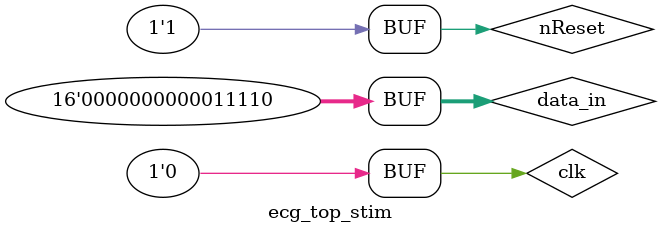
<source format=v>
`timescale 1ns / 100ps

module ecg_top_stim;

reg [15:0]  data_in;
reg clk, nReset;

wire [15:0] q_peak_ref,q_peak_pos_ref,r_peak_ref,r_peak_pos_ref,
s_peak_ref,s_peak_pos_ref,start_qrs_fin_2,end_qrs_fin_2,
p_begin,p_end,p_peak,p_peak_pos,t_begin,t_end,t_peak,t_peak_pos; 

ecg_top top (q_peak_ref,q_peak_pos_ref,r_peak_ref,r_peak_pos_ref,
s_peak_ref,s_peak_pos_ref,start_qrs_fin_2,end_qrs_fin_2,p_begin,p_end,p_peak,p_peak_pos,t_begin,t_end,t_peak,
t_peak_pos, data_in,clk,nReset); 

always
begin
	     clk = 0;
  #500000	clk = 1;
  #500000	clk = 0;

end

initial
  begin
           nReset= 0; 
		 data_in = 	9;
      #250000 nReset= 1;


#2200000 data_in = 	9;
#1000000 data_in =	9	;
#1000000 data_in =	9	;
#1000000 data_in =	9	;
#1000000 data_in =	9	;
#1000000 data_in =	9	;
#1000000 data_in =	9	;
#1000000 data_in =	9	;
#1000000 data_in =	9	;
#1000000 data_in =	9	;
#1000000 data_in =	9	;
#1000000 data_in =	9	;
#1000000 data_in =	9	;
#1000000 data_in =	9	;
#1000000 data_in =	9	;
#1000000 data_in =	9	;
#1000000 data_in =	9	;
#1000000 data_in =	9	;
#1000000 data_in =	9	;
#1000000 data_in =	9	;
#1000000 data_in =	9	;
#1000000 data_in =	9	;
#1000000 data_in =	9	;
#1000000 data_in =	9	;
#1000000 data_in =	9	;
#1000000 data_in =	9	;
#1000000 data_in =	9	;
#1000000 data_in =	9	;
#1000000 data_in =	9	;
#1000000 data_in =	9	;
#1000000 data_in =	9	;
#1000000 data_in =	9	;
#1000000 data_in =	9	;
#1000000 data_in =	9	;
#1000000 data_in =	9	;
#1000000 data_in =	9	;
#1000000 data_in =	9	;
#1000000 data_in =	9	;
#1000000 data_in =	9	;
#1000000 data_in =	9	;
#1000000 data_in =	9	;
#1000000 data_in =	9	;
#1000000 data_in =	9	;
#1000000 data_in =	17	;
#1000000 data_in =	17	;
#1000000 data_in =	17	;
#1000000 data_in =	17	;
#1000000 data_in =	17	;
#1000000 data_in =	17	;
#1000000 data_in =	26	;
#1000000 data_in =	26	;
#1000000 data_in =	26	;
#1000000 data_in =	26	;
#1000000 data_in =	26	;
#1000000 data_in =	26	;
#1000000 data_in =	26	;
#1000000 data_in =	26	;
#1000000 data_in =	26	;
#1000000 data_in =	26	;
#1000000 data_in =	26	;
#1000000 data_in =	26	;
#1000000 data_in =	26	;
#1000000 data_in =	26	;
#1000000 data_in =	26	;
#1000000 data_in =	26	;
#1000000 data_in =	26	;
#1000000 data_in =	26	;
#1000000 data_in =	26	;
#1000000 data_in =	26	;
#1000000 data_in =	26	;
#1000000 data_in =	26	;
#1000000 data_in =	26	;
#1000000 data_in =	26	;
#1000000 data_in =	26	;
#1000000 data_in =	26	;
#1000000 data_in =	26	;
#1000000 data_in =	26	;
#1000000 data_in =	26	;
#1000000 data_in =	26	;
#1000000 data_in =	26	;
#1000000 data_in =	26	;
#1000000 data_in =	26	;
#1000000 data_in =	34	;
#1000000 data_in =	34	;
#1000000 data_in =	34	;
#1000000 data_in =	34	;
#1000000 data_in =	34	;
#1000000 data_in =	34	;
#1000000 data_in =	34	;
#1000000 data_in =	34	;
#1000000 data_in =	34	;
#1000000 data_in =	34	;
#1000000 data_in =	34	;
#1000000 data_in =	34	;
#1000000 data_in =	34	;
#1000000 data_in =	34	;
#1000000 data_in =	34	;
#1000000 data_in =	43	;
#1000000 data_in =	43	;
#1000000 data_in =	43	;
#1000000 data_in =	43	;
#1000000 data_in =	51	;
#1000000 data_in =	51	;
#1000000 data_in =	51	;
#1000000 data_in =	51	;
#1000000 data_in =	59	;
#1000000 data_in =	59	;
#1000000 data_in =	59	;
#1000000 data_in =	59	;
#1000000 data_in =	68	;
#1000000 data_in =	68	;
#1000000 data_in =	68	;
#1000000 data_in =	68	;
#1000000 data_in =	76	;
#1000000 data_in =	76	;
#1000000 data_in =	76	;
#1000000 data_in =	76	;
#1000000 data_in =	76	;
#1000000 data_in =	76	;
#1000000 data_in =	76	;
#1000000 data_in =	76	;
#1000000 data_in =	76	;
#1000000 data_in =	76	;
#1000000 data_in =	76	;
#1000000 data_in =	76	;
#1000000 data_in =	76	;
#1000000 data_in =	76	;
#1000000 data_in =	76	;
#1000000 data_in =	76	;
#1000000 data_in =	76	;
#1000000 data_in =	85	;
#1000000 data_in =	85	;
#1000000 data_in =	93	;
#1000000 data_in =	93	;
#1000000 data_in =	101	;
#1000000 data_in =	110	;
#1000000 data_in =	118	;
#1000000 data_in =	118	;
#1000000 data_in =	127	;
#1000000 data_in =	135	;
#1000000 data_in =	144	;
#1000000 data_in =	144	;
#1000000 data_in =	152	;
#1000000 data_in =	152	;
#1000000 data_in =	152	;
#1000000 data_in =	152	;
#1000000 data_in =	152	;
#1000000 data_in =	152	;
#1000000 data_in =	144	;
#1000000 data_in =	144	;
#1000000 data_in =	135	;
#1000000 data_in =	135	;
#1000000 data_in =	127	;
#1000000 data_in =	118	;
#1000000 data_in =	110	;
#1000000 data_in =	110	;
#1000000 data_in =	101	;
#1000000 data_in =	93	;
#1000000 data_in =	93	;
#1000000 data_in =	85	;
#1000000 data_in =	85	;
#1000000 data_in =	76	;
#1000000 data_in =	76	;
#1000000 data_in =	76	;
#1000000 data_in =	76	;
#1000000 data_in =	68	;
#1000000 data_in =	68	;
#1000000 data_in =	68	;
#1000000 data_in =	68	;
#1000000 data_in =	68	;
#1000000 data_in =	68	;
#1000000 data_in =	68	;
#1000000 data_in =	68	;
#1000000 data_in =	68	;
#1000000 data_in =	68	;
#1000000 data_in =	68	;
#1000000 data_in =	68	;
#1000000 data_in =	59	;
#1000000 data_in =	59	;
#1000000 data_in =	59	;
#1000000 data_in =	59	;
#1000000 data_in =	59	;
#1000000 data_in =	59	;
#1000000 data_in =	59	;
#1000000 data_in =	59	;
#1000000 data_in =	59	;
#1000000 data_in =	59	;
#1000000 data_in =	59	;
#1000000 data_in =	59	;
#1000000 data_in =	59	;
#1000000 data_in =	59	;
#1000000 data_in =	59	;
#1000000 data_in =	59	;
#1000000 data_in =	59	;
#1000000 data_in =	51	;
#1000000 data_in =	51	;
#1000000 data_in =	51	;
#1000000 data_in =	51	;
#1000000 data_in =	51	;
#1000000 data_in =	43	;
#1000000 data_in =	43	;
#1000000 data_in =	34	;
#1000000 data_in =	34	;
#1000000 data_in =	26	;
#1000000 data_in =	26	;
#1000000 data_in =	17	;
#1000000 data_in =	17	;
#1000000 data_in =	9	;
#1000000 data_in =	9	;
#1000000 data_in =	0	;
#1000000 data_in =	0	;
#1000000 data_in =	0	;
#1000000 data_in =	-7	;
#1000000 data_in =	-7	;
#1000000 data_in =	-7	;
#1000000 data_in =	-7	;
#1000000 data_in =	0	;
#1000000 data_in =	0	;
#1000000 data_in =	0	;
#1000000 data_in =	0	;
#1000000 data_in =	9	;
#1000000 data_in =	9	;
#1000000 data_in =	9	;
#1000000 data_in =	9	;
#1000000 data_in =	9	;
#1000000 data_in =	9	;
#1000000 data_in =	9	;
#1000000 data_in =	9	;
#1000000 data_in =	9	;
#1000000 data_in =	9	;
#1000000 data_in =	9	;
#1000000 data_in =	9	;
#1000000 data_in =	9	;
#1000000 data_in =	9	;
#1000000 data_in =	0	;
#1000000 data_in =	0	;
#1000000 data_in =	0	;
#1000000 data_in =	0	;
#1000000 data_in =	9	;
#1000000 data_in =	9	;
#1000000 data_in =	9	;
#1000000 data_in =	9	;
#1000000 data_in =	9	;
#1000000 data_in =	9	;
#1000000 data_in =	9	;
#1000000 data_in =	9	;
#1000000 data_in =	9	;
#1000000 data_in =	9	;
#1000000 data_in =	9	;
#1000000 data_in =	9	;
#1000000 data_in =	9	;
#1000000 data_in =	9	;
#1000000 data_in =	9	;
#1000000 data_in =	9	;
#1000000 data_in =	9	;
#1000000 data_in =	9	;
#1000000 data_in =	9	;
#1000000 data_in =	9	;
#1000000 data_in =	9	;
#1000000 data_in =	9	;
#1000000 data_in =	9	;
#1000000 data_in =	9	;
#1000000 data_in =	9	;
#1000000 data_in =	9	;
#1000000 data_in =	9	;
#1000000 data_in =	9	;
#1000000 data_in =	9	;
#1000000 data_in =	9	;
#1000000 data_in =	9	;
#1000000 data_in =	9	;
#1000000 data_in =	9	;
#1000000 data_in =	9	;
#1000000 data_in =	9	;
#1000000 data_in =	9	;
#1000000 data_in =	9	;
#1000000 data_in =	0	;
#1000000 data_in =	0	;
#1000000 data_in =	0	;
#1000000 data_in =	0	;
#1000000 data_in =	0	;
#1000000 data_in =	0	;
#1000000 data_in =	9	;
#1000000 data_in =	9	;
#1000000 data_in =	17	;
#1000000 data_in =	17	;
#1000000 data_in =	26	;
#1000000 data_in =	26	;
#1000000 data_in =	34	;
#1000000 data_in =	34	;
#1000000 data_in =	26	;
#1000000 data_in =	17	;
#1000000 data_in =	0	;
#1000000 data_in =	-15	;
#1000000 data_in =	-49	;
#1000000 data_in =	-83	;
#1000000 data_in =	-133	;
#1000000 data_in =	-184	;
#1000000 data_in =	-243	;
#1000000 data_in =	-310	;
#1000000 data_in =	-378	;
#1000000 data_in =	-453	;
#1000000 data_in =	-521	;
#1000000 data_in =	-596	;
#1000000 data_in =	-664	;
#1000000 data_in =	-731	;
#1000000 data_in =	-790	;
#1000000 data_in =	-849	;
#1000000 data_in =	-900	;
#1000000 data_in =	-942	;
#1000000 data_in =	-984	;
#1000000 data_in =	-1018	;
#1000000 data_in =	-1043	;
#1000000 data_in =	-1068	;
#1000000 data_in =	-1093	;
#1000000 data_in =	-1110	;
#1000000 data_in =	-1135	;
#1000000 data_in =	-1152	;
#1000000 data_in =	-1178	;
#1000000 data_in =	-1194	;
#1000000 data_in =	-1220	;
#1000000 data_in =	-1253	;
#1000000 data_in =	-1279	;
#1000000 data_in =	-1321	;
#1000000 data_in =	-1354	;
#1000000 data_in =	-1396	;
#1000000 data_in =	-1439	;
#1000000 data_in =	-1489	;
#1000000 data_in =	-1531	;
#1000000 data_in =	-1573	;
#1000000 data_in =	-1615	;
#1000000 data_in =	-1649	;
#1000000 data_in =	-1683	;
#1000000 data_in =	-1708	;
#1000000 data_in =	-1716	;
#1000000 data_in =	-1725	;
#1000000 data_in =	-1725	;
#1000000 data_in =	-1708	;
#1000000 data_in =	-1683	;
#1000000 data_in =	-1641	;
#1000000 data_in =	-1590	;
#1000000 data_in =	-1531	;
#1000000 data_in =	-1464	;
#1000000 data_in =	-1388	;
#1000000 data_in =	-1312	;
#1000000 data_in =	-1220	;
#1000000 data_in =	-1127	;
#1000000 data_in =	-1043	;
#1000000 data_in =	-950	;
#1000000 data_in =	-866	;
#1000000 data_in =	-782	;
#1000000 data_in =	-706	;
#1000000 data_in =	-639	;
#1000000 data_in =	-580	;
#1000000 data_in =	-521	;
#1000000 data_in =	-470	;
#1000000 data_in =	-428	;
#1000000 data_in =	-386	;
#1000000 data_in =	-344	;
#1000000 data_in =	-310	;
#1000000 data_in =	-276	;
#1000000 data_in =	-243	;
#1000000 data_in =	-209	;
#1000000 data_in =	-175	;
#1000000 data_in =	-142	;
#1000000 data_in =	-108	;
#1000000 data_in =	-74	;
#1000000 data_in =	-49	;
#1000000 data_in =	-24	;
#1000000 data_in =	0	;
#1000000 data_in =	17	;
#1000000 data_in =	34	;
#1000000 data_in =	51	;
#1000000 data_in =	59	;
#1000000 data_in =	68	;
#1000000 data_in =	68	;
#1000000 data_in =	76	;
#1000000 data_in =	76	;
#1000000 data_in =	76	;
#1000000 data_in =	76	;
#1000000 data_in =	76	;
#1000000 data_in =	68	;
#1000000 data_in =	68	;
#1000000 data_in =	68	;
#1000000 data_in =	68	;
#1000000 data_in =	68	;
#1000000 data_in =	68	;
#1000000 data_in =	68	;
#1000000 data_in =	68	;
#1000000 data_in =	68	;
#1000000 data_in =	68	;
#1000000 data_in =	76	;
#1000000 data_in =	76	;
#1000000 data_in =	76	;
#1000000 data_in =	85	;
#1000000 data_in =	85	;
#1000000 data_in =	93	;
#1000000 data_in =	93	;
#1000000 data_in =	101	;
#1000000 data_in =	101	;
#1000000 data_in =	110	;
#1000000 data_in =	110	;
#1000000 data_in =	118	;
#1000000 data_in =	118	;
#1000000 data_in =	118	;
#1000000 data_in =	127	;
#1000000 data_in =	127	;
#1000000 data_in =	127	;
#1000000 data_in =	127	;
#1000000 data_in =	127	;
#1000000 data_in =	127	;
#1000000 data_in =	127	;
#1000000 data_in =	127	;
#1000000 data_in =	127	;
#1000000 data_in =	127	;
#1000000 data_in =	127	;
#1000000 data_in =	118	;
#1000000 data_in =	118	;
#1000000 data_in =	118	;
#1000000 data_in =	118	;
#1000000 data_in =	110	;
#1000000 data_in =	110	;
#1000000 data_in =	110	;
#1000000 data_in =	110	;
#1000000 data_in =	110	;
#1000000 data_in =	110	;
#1000000 data_in =	110	;
#1000000 data_in =	110	;
#1000000 data_in =	101	;
#1000000 data_in =	101	;
#1000000 data_in =	101	;
#1000000 data_in =	101	;
#1000000 data_in =	101	;
#1000000 data_in =	101	;
#1000000 data_in =	101	;
#1000000 data_in =	101	;
#1000000 data_in =	101	;
#1000000 data_in =	101	;
#1000000 data_in =	101	;
#1000000 data_in =	101	;
#1000000 data_in =	101	;
#1000000 data_in =	101	;
#1000000 data_in =	101	;
#1000000 data_in =	110	;
#1000000 data_in =	110	;
#1000000 data_in =	110	;
#1000000 data_in =	110	;
#1000000 data_in =	110	;
#1000000 data_in =	118	;
#1000000 data_in =	118	;
#1000000 data_in =	118	;
#1000000 data_in =	118	;
#1000000 data_in =	118	;
#1000000 data_in =	127	;
#1000000 data_in =	127	;
#1000000 data_in =	127	;
#1000000 data_in =	127	;
#1000000 data_in =	127	;
#1000000 data_in =	127	;
#1000000 data_in =	127	;
#1000000 data_in =	118	;
#1000000 data_in =	118	;
#1000000 data_in =	118	;
#1000000 data_in =	118	;
#1000000 data_in =	118	;
#1000000 data_in =	110	;
#1000000 data_in =	110	;
#1000000 data_in =	110	;
#1000000 data_in =	110	;
#1000000 data_in =	110	;
#1000000 data_in =	110	;
#1000000 data_in =	110	;
#1000000 data_in =	110	;
#1000000 data_in =	110	;
#1000000 data_in =	110	;
#1000000 data_in =	110	;
#1000000 data_in =	110	;
#1000000 data_in =	110	;
#1000000 data_in =	110	;
#1000000 data_in =	110	;
#1000000 data_in =	110	;
#1000000 data_in =	110	;
#1000000 data_in =	101	;
#1000000 data_in =	101	;
#1000000 data_in =	101	;
#1000000 data_in =	101	;
#1000000 data_in =	101	;
#1000000 data_in =	101	;
#1000000 data_in =	101	;
#1000000 data_in =	101	;
#1000000 data_in =	101	;
#1000000 data_in =	101	;
#1000000 data_in =	101	;
#1000000 data_in =	101	;
#1000000 data_in =	101	;
#1000000 data_in =	101	;
#1000000 data_in =	101	;
#1000000 data_in =	93	;
#1000000 data_in =	93	;
#1000000 data_in =	93	;
#1000000 data_in =	93	;
#1000000 data_in =	93	;
#1000000 data_in =	93	;
#1000000 data_in =	85	;
#1000000 data_in =	85	;
#1000000 data_in =	85	;
#1000000 data_in =	76	;
#1000000 data_in =	76	;
#1000000 data_in =	68	;
#1000000 data_in =	68	;
#1000000 data_in =	68	;
#1000000 data_in =	59	;
#1000000 data_in =	59	;
#1000000 data_in =	59	;
#1000000 data_in =	59	;
#1000000 data_in =	59	;
#1000000 data_in =	59	;
#1000000 data_in =	51	;
#1000000 data_in =	51	;
#1000000 data_in =	51	;
#1000000 data_in =	51	;
#1000000 data_in =	51	;
#1000000 data_in =	51	;
#1000000 data_in =	43	;
#1000000 data_in =	43	;
#1000000 data_in =	43	;
#1000000 data_in =	34	;
#1000000 data_in =	34	;
#1000000 data_in =	26	;
#1000000 data_in =	17	;
#1000000 data_in =	17	;
#1000000 data_in =	9	;
#1000000 data_in =	0	;
#1000000 data_in =	-7	;
#1000000 data_in =	-7	;
#1000000 data_in =	-15	;
#1000000 data_in =	-15	;
#1000000 data_in =	-24	;
#1000000 data_in =	-24	;
#1000000 data_in =	-32	;
#1000000 data_in =	-32	;
#1000000 data_in =	-41	;
#1000000 data_in =	-41	;
#1000000 data_in =	-41	;
#1000000 data_in =	-49	;
#1000000 data_in =	-49	;
#1000000 data_in =	-58	;
#1000000 data_in =	-58	;
#1000000 data_in =	-66	;
#1000000 data_in =	-74	;
#1000000 data_in =	-83	;
#1000000 data_in =	-83	;
#1000000 data_in =	-91	;
#1000000 data_in =	-100	;
#1000000 data_in =	-108	;
#1000000 data_in =	-116	;
#1000000 data_in =	-125	;
#1000000 data_in =	-133	;
#1000000 data_in =	-142	;
#1000000 data_in =	-150	;
#1000000 data_in =	-159	;
#1000000 data_in =	-167	;
#1000000 data_in =	-175	;
#1000000 data_in =	-184	;
#1000000 data_in =	-192	;
#1000000 data_in =	-201	;
#1000000 data_in =	-209	;
#1000000 data_in =	-218	;
#1000000 data_in =	-234	;
#1000000 data_in =	-243	;
#1000000 data_in =	-251	;
#1000000 data_in =	-260	;
#1000000 data_in =	-268	;
#1000000 data_in =	-285	;
#1000000 data_in =	-293	;
#1000000 data_in =	-302	;
#1000000 data_in =	-319	;
#1000000 data_in =	-327	;
#1000000 data_in =	-344	;
#1000000 data_in =	-361	;
#1000000 data_in =	-369	;
#1000000 data_in =	-386	;
#1000000 data_in =	-403	;
#1000000 data_in =	-420	;
#1000000 data_in =	-428	;
#1000000 data_in =	-445	;
#1000000 data_in =	-462	;
#1000000 data_in =	-470	;
#1000000 data_in =	-487	;
#1000000 data_in =	-504	;
#1000000 data_in =	-512	;
#1000000 data_in =	-529	;
#1000000 data_in =	-546	;
#1000000 data_in =	-563	;
#1000000 data_in =	-588	;
#1000000 data_in =	-605	;
#1000000 data_in =	-630	;
#1000000 data_in =	-647	;
#1000000 data_in =	-672	;
#1000000 data_in =	-698	;
#1000000 data_in =	-714	;
#1000000 data_in =	-740	;
#1000000 data_in =	-765	;
#1000000 data_in =	-790	;
#1000000 data_in =	-807	;
#1000000 data_in =	-832	;
#1000000 data_in =	-858	;
#1000000 data_in =	-874	;
#1000000 data_in =	-891	;
#1000000 data_in =	-908	;
#1000000 data_in =	-933	;
#1000000 data_in =	-950	;
#1000000 data_in =	-967	;
#1000000 data_in =	-984	;
#1000000 data_in =	-1001	;
#1000000 data_in =	-1018	;
#1000000 data_in =	-1034	;
#1000000 data_in =	-1060	;
#1000000 data_in =	-1076	;
#1000000 data_in =	-1093	;
#1000000 data_in =	-1119	;
#1000000 data_in =	-1135	;
#1000000 data_in =	-1161	;
#1000000 data_in =	-1186	;
#1000000 data_in =	-1203	;
#1000000 data_in =	-1228	;
#1000000 data_in =	-1245	;
#1000000 data_in =	-1270	;
#1000000 data_in =	-1287	;
#1000000 data_in =	-1304	;
#1000000 data_in =	-1329	;
#1000000 data_in =	-1346	;
#1000000 data_in =	-1363	;
#1000000 data_in =	-1371	;
#1000000 data_in =	-1388	;
#1000000 data_in =	-1405	;
#1000000 data_in =	-1413	;
#1000000 data_in =	-1430	;
#1000000 data_in =	-1439	;
#1000000 data_in =	-1447	;
#1000000 data_in =	-1455	;
#1000000 data_in =	-1472	;
#1000000 data_in =	-1481	;
#1000000 data_in =	-1489	;
#1000000 data_in =	-1498	;
#1000000 data_in =	-1506	;
#1000000 data_in =	-1514	;
#1000000 data_in =	-1523	;
#1000000 data_in =	-1531	;
#1000000 data_in =	-1540	;
#1000000 data_in =	-1548	;
#1000000 data_in =	-1556	;
#1000000 data_in =	-1556	;
#1000000 data_in =	-1565	;
#1000000 data_in =	-1565	;
#1000000 data_in =	-1565	;
#1000000 data_in =	-1565	;
#1000000 data_in =	-1565	;
#1000000 data_in =	-1565	;
#1000000 data_in =	-1565	;
#1000000 data_in =	-1565	;
#1000000 data_in =	-1565	;
#1000000 data_in =	-1556	;
#1000000 data_in =	-1556	;
#1000000 data_in =	-1556	;
#1000000 data_in =	-1548	;
#1000000 data_in =	-1540	;
#1000000 data_in =	-1540	;
#1000000 data_in =	-1531	;
#1000000 data_in =	-1523	;
#1000000 data_in =	-1506	;
#1000000 data_in =	-1498	;
#1000000 data_in =	-1489	;
#1000000 data_in =	-1472	;
#1000000 data_in =	-1455	;
#1000000 data_in =	-1439	;
#1000000 data_in =	-1413	;
#1000000 data_in =	-1396	;
#1000000 data_in =	-1371	;
#1000000 data_in =	-1354	;
#1000000 data_in =	-1329	;
#1000000 data_in =	-1304	;
#1000000 data_in =	-1279	;
#1000000 data_in =	-1253	;
#1000000 data_in =	-1220	;
#1000000 data_in =	-1194	;
#1000000 data_in =	-1169	;
#1000000 data_in =	-1144	;
#1000000 data_in =	-1110	;
#1000000 data_in =	-1085	;
#1000000 data_in =	-1060	;
#1000000 data_in =	-1026	;
#1000000 data_in =	-1001	;
#1000000 data_in =	-975	;
#1000000 data_in =	-942	;
#1000000 data_in =	-916	;
#1000000 data_in =	-891	;
#1000000 data_in =	-866	;
#1000000 data_in =	-841	;
#1000000 data_in =	-815	;
#1000000 data_in =	-799	;
#1000000 data_in =	-773	;
#1000000 data_in =	-748	;
#1000000 data_in =	-723	;
#1000000 data_in =	-698	;
#1000000 data_in =	-664	;
#1000000 data_in =	-639	;
#1000000 data_in =	-613	;
#1000000 data_in =	-580	;
#1000000 data_in =	-554	;
#1000000 data_in =	-521	;
#1000000 data_in =	-495	;
#1000000 data_in =	-470	;
#1000000 data_in =	-445	;
#1000000 data_in =	-420	;
#1000000 data_in =	-394	;
#1000000 data_in =	-378	;
#1000000 data_in =	-352	;
#1000000 data_in =	-335	;
#1000000 data_in =	-319	;
#1000000 data_in =	-302	;
#1000000 data_in =	-285	;
#1000000 data_in =	-276	;
#1000000 data_in =	-260	;
#1000000 data_in =	-243	;
#1000000 data_in =	-226	;
#1000000 data_in =	-218	;
#1000000 data_in =	-201	;
#1000000 data_in =	-184	;
#1000000 data_in =	-175	;
#1000000 data_in =	-159	;
#1000000 data_in =	-142	;
#1000000 data_in =	-133	;
#1000000 data_in =	-125	;
#1000000 data_in =	-108	;
#1000000 data_in =	-100	;
#1000000 data_in =	-91	;
#1000000 data_in =	-83	;
#1000000 data_in =	-74	;
#1000000 data_in =	-74	;
#1000000 data_in =	-66	;
#1000000 data_in =	-58	;
#1000000 data_in =	-49	;
#1000000 data_in =	-49	;
#1000000 data_in =	-41	;
#1000000 data_in =	-32	;
#1000000 data_in =	-24	;
#1000000 data_in =	-24	;
#1000000 data_in =	-15	;
#1000000 data_in =	-7	;
#1000000 data_in =	-7	;
#1000000 data_in =	0	;
#1000000 data_in =	0	;
#1000000 data_in =	9	;
#1000000 data_in =	9	;
#1000000 data_in =	17	;
#1000000 data_in =	17	;
#1000000 data_in =	26	;
#1000000 data_in =	26	;
#1000000 data_in =	34	;
#1000000 data_in =	34	;
#1000000 data_in =	34	;
#1000000 data_in =	43	;
#1000000 data_in =	43	;
#1000000 data_in =	51	;
#1000000 data_in =	51	;
#1000000 data_in =	59	;
#1000000 data_in =	59	;
#1000000 data_in =	68	;
#1000000 data_in =	68	;
#1000000 data_in =	76	;
#1000000 data_in =	76	;
#1000000 data_in =	76	;
#1000000 data_in =	85	;
#1000000 data_in =	85	;
#1000000 data_in =	93	;
#1000000 data_in =	93	;
#1000000 data_in =	93	;
#1000000 data_in =	101	;
#1000000 data_in =	101	;
#1000000 data_in =	101	;
#1000000 data_in =	101	;
#1000000 data_in =	101	;
#1000000 data_in =	110	;
#1000000 data_in =	110	;
#1000000 data_in =	110	;
#1000000 data_in =	110	;
#1000000 data_in =	110	;
#1000000 data_in =	118	;
#1000000 data_in =	118	;
#1000000 data_in =	118	;
#1000000 data_in =	118	;
#1000000 data_in =	118	;
#1000000 data_in =	127	;
#1000000 data_in =	127	;
#1000000 data_in =	127	;
#1000000 data_in =	127	;
#1000000 data_in =	127	;
#1000000 data_in =	135	;
#1000000 data_in =	135	;
#1050000 data_in =	1	;
#1000000 data_in = 	30	;



end

endmodule



</source>
